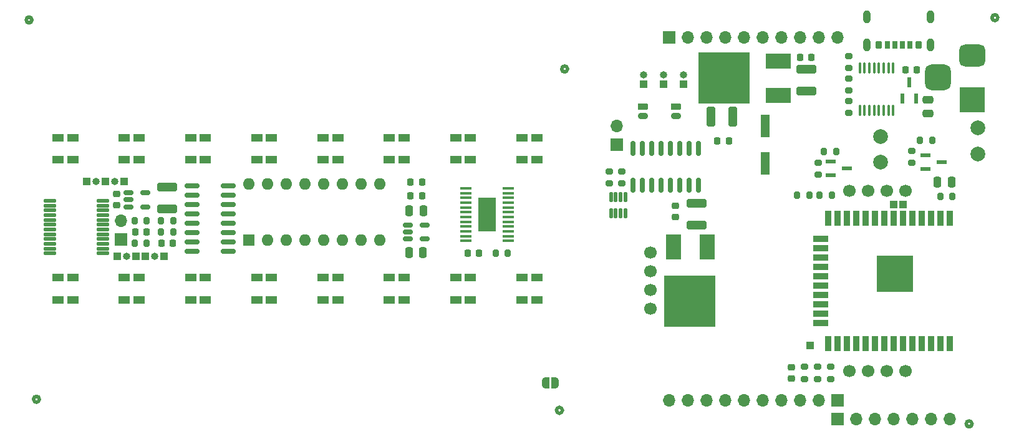
<source format=gts>
G04 #@! TF.GenerationSoftware,KiCad,Pcbnew,(6.0.5-0)*
G04 #@! TF.CreationDate,2022-08-15T05:54:33+09:00*
G04 #@! TF.ProjectId,qLAMP-main,714c414d-502d-46d6-9169-6e2e6b696361,rev?*
G04 #@! TF.SameCoordinates,Original*
G04 #@! TF.FileFunction,Soldermask,Top*
G04 #@! TF.FilePolarity,Negative*
%FSLAX46Y46*%
G04 Gerber Fmt 4.6, Leading zero omitted, Abs format (unit mm)*
G04 Created by KiCad (PCBNEW (6.0.5-0)) date 2022-08-15 05:54:33*
%MOMM*%
%LPD*%
G01*
G04 APERTURE LIST*
G04 Aperture macros list*
%AMRoundRect*
0 Rectangle with rounded corners*
0 $1 Rounding radius*
0 $2 $3 $4 $5 $6 $7 $8 $9 X,Y pos of 4 corners*
0 Add a 4 corners polygon primitive as box body*
4,1,4,$2,$3,$4,$5,$6,$7,$8,$9,$2,$3,0*
0 Add four circle primitives for the rounded corners*
1,1,$1+$1,$2,$3*
1,1,$1+$1,$4,$5*
1,1,$1+$1,$6,$7*
1,1,$1+$1,$8,$9*
0 Add four rect primitives between the rounded corners*
20,1,$1+$1,$2,$3,$4,$5,0*
20,1,$1+$1,$4,$5,$6,$7,0*
20,1,$1+$1,$6,$7,$8,$9,0*
20,1,$1+$1,$8,$9,$2,$3,0*%
%AMFreePoly0*
4,1,22,0.500000,-0.750000,0.000000,-0.750000,0.000000,-0.745033,-0.079941,-0.743568,-0.215256,-0.701293,-0.333266,-0.622738,-0.424486,-0.514219,-0.481581,-0.384460,-0.499164,-0.250000,-0.500000,-0.250000,-0.500000,0.250000,-0.499164,0.250000,-0.499963,0.256109,-0.478152,0.396186,-0.417904,0.524511,-0.324060,0.630769,-0.204165,0.706417,-0.067858,0.745374,0.000000,0.744959,0.000000,0.750000,
0.500000,0.750000,0.500000,-0.750000,0.500000,-0.750000,$1*%
%AMFreePoly1*
4,1,20,0.000000,0.744959,0.073905,0.744508,0.209726,0.703889,0.328688,0.626782,0.421226,0.519385,0.479903,0.390333,0.500000,0.250000,0.500000,-0.250000,0.499851,-0.262216,0.476331,-0.402017,0.414519,-0.529596,0.319384,-0.634700,0.198574,-0.708877,0.061801,-0.746166,0.000000,-0.745033,0.000000,-0.750000,-0.500000,-0.750000,-0.500000,0.750000,0.000000,0.750000,0.000000,0.744959,
0.000000,0.744959,$1*%
G04 Aperture macros list end*
%ADD10C,0.475000*%
%ADD11C,2.000000*%
%ADD12FreePoly0,180.000000*%
%ADD13FreePoly1,180.000000*%
%ADD14RoundRect,0.100000X-0.100000X0.637500X-0.100000X-0.637500X0.100000X-0.637500X0.100000X0.637500X0*%
%ADD15RoundRect,0.150000X-0.512500X-0.150000X0.512500X-0.150000X0.512500X0.150000X-0.512500X0.150000X0*%
%ADD16RoundRect,0.250000X-0.250000X-0.475000X0.250000X-0.475000X0.250000X0.475000X-0.250000X0.475000X0*%
%ADD17R,1.219200X3.098800*%
%ADD18RoundRect,0.225000X-0.225000X-0.250000X0.225000X-0.250000X0.225000X0.250000X-0.225000X0.250000X0*%
%ADD19RoundRect,0.250000X0.325000X1.100000X-0.325000X1.100000X-0.325000X-1.100000X0.325000X-1.100000X0*%
%ADD20RoundRect,0.225000X0.225000X0.250000X-0.225000X0.250000X-0.225000X-0.250000X0.225000X-0.250000X0*%
%ADD21RoundRect,0.250000X-1.100000X0.325000X-1.100000X-0.325000X1.100000X-0.325000X1.100000X0.325000X0*%
%ADD22RoundRect,0.225000X0.250000X-0.225000X0.250000X0.225000X-0.250000X0.225000X-0.250000X-0.225000X0*%
%ADD23RoundRect,0.250000X0.250000X0.475000X-0.250000X0.475000X-0.250000X-0.475000X0.250000X-0.475000X0*%
%ADD24RoundRect,0.250000X1.100000X-0.325000X1.100000X0.325000X-1.100000X0.325000X-1.100000X-0.325000X0*%
%ADD25RoundRect,0.111230X0.763770X0.111230X-0.763770X0.111230X-0.763770X-0.111230X0.763770X-0.111230X0*%
%ADD26RoundRect,0.225000X-0.250000X0.225000X-0.250000X-0.225000X0.250000X-0.225000X0.250000X0.225000X0*%
%ADD27RoundRect,0.111665X0.111665X-0.550835X0.111665X0.550835X-0.111665X0.550835X-0.111665X-0.550835X0*%
%ADD28RoundRect,0.200000X0.200000X0.275000X-0.200000X0.275000X-0.200000X-0.275000X0.200000X-0.275000X0*%
%ADD29RoundRect,0.200000X-0.275000X0.200000X-0.275000X-0.200000X0.275000X-0.200000X0.275000X0.200000X0*%
%ADD30RoundRect,0.150000X-0.150000X0.825000X-0.150000X-0.825000X0.150000X-0.825000X0.150000X0.825000X0*%
%ADD31R,1.320800X0.558800*%
%ADD32R,0.558800X1.320800*%
%ADD33R,2.400000X4.680000*%
%ADD34RoundRect,0.100000X0.687500X0.100000X-0.687500X0.100000X-0.687500X-0.100000X0.687500X-0.100000X0*%
%ADD35RoundRect,0.200000X-0.200000X-0.275000X0.200000X-0.275000X0.200000X0.275000X-0.200000X0.275000X0*%
%ADD36RoundRect,0.225000X-0.475000X0.225000X-0.475000X-0.225000X0.475000X-0.225000X0.475000X0.225000X0*%
%ADD37O,1.400000X0.900000*%
%ADD38R,1.000000X1.000000*%
%ADD39O,1.000000X1.000000*%
%ADD40R,1.700000X1.700000*%
%ADD41O,1.700000X1.700000*%
%ADD42R,3.500000X3.500000*%
%ADD43RoundRect,0.750000X-1.000000X0.750000X-1.000000X-0.750000X1.000000X-0.750000X1.000000X0.750000X0*%
%ADD44RoundRect,0.875000X-0.875000X0.875000X-0.875000X-0.875000X0.875000X-0.875000X0.875000X0.875000X0*%
%ADD45R,1.600000X1.000000*%
%ADD46C,1.700000*%
%ADD47RoundRect,0.035000X0.315000X0.465000X-0.315000X0.465000X-0.315000X-0.465000X0.315000X-0.465000X0*%
%ADD48RoundRect,0.040000X0.360000X0.460000X-0.360000X0.460000X-0.360000X-0.460000X0.360000X-0.460000X0*%
%ADD49O,1.000000X1.800000*%
%ADD50RoundRect,0.150000X-0.825000X-0.150000X0.825000X-0.150000X0.825000X0.150000X-0.825000X0.150000X0*%
%ADD51RoundRect,0.250000X0.475000X-0.250000X0.475000X0.250000X-0.475000X0.250000X-0.475000X-0.250000X0*%
%ADD52R,0.900000X2.000000*%
%ADD53R,2.000000X0.900000*%
%ADD54R,5.000000X5.000000*%
%ADD55R,3.500000X2.000000*%
%ADD56R,7.000000X7.000000*%
%ADD57R,1.600000X1.600000*%
%ADD58O,1.600000X1.600000*%
%ADD59R,2.000000X3.500000*%
G04 APERTURE END LIST*
D10*
X77636000Y-126500000D02*
G75*
G03*
X77636000Y-126500000I-400000J0D01*
G01*
X76636000Y-75000000D02*
G75*
G03*
X76636000Y-75000000I-400000J0D01*
G01*
X148636000Y-128000000D02*
G75*
G03*
X148636000Y-128000000I-400000J0D01*
G01*
X204260000Y-129840000D02*
G75*
G03*
X204260000Y-129840000I-400000J0D01*
G01*
X149340000Y-81660000D02*
G75*
G03*
X149340000Y-81660000I-400000J0D01*
G01*
X207750000Y-74695000D02*
G75*
G03*
X207750000Y-74695000I-400000J0D01*
G01*
D11*
X205069999Y-89680009D03*
X205069999Y-93180009D03*
D12*
X147640000Y-124280000D03*
D13*
X146340000Y-124280000D03*
D14*
X193553292Y-81537300D03*
X192903292Y-81537300D03*
X192253292Y-81537300D03*
X191603292Y-81537300D03*
X190953292Y-81537300D03*
X190303292Y-81537300D03*
X189653292Y-81537300D03*
X189003292Y-81537300D03*
X189003292Y-87262300D03*
X189653292Y-87262300D03*
X190303292Y-87262300D03*
X190953292Y-87262300D03*
X191603292Y-87262300D03*
X192253292Y-87262300D03*
X192903292Y-87262300D03*
X193553292Y-87262300D03*
D15*
X127665878Y-102840011D03*
X127665878Y-103790011D03*
X127665878Y-104740011D03*
X129940878Y-104740011D03*
X129940878Y-102840011D03*
D16*
X127853378Y-100919989D03*
X129753378Y-100919989D03*
D17*
X176200000Y-89387300D03*
X176200000Y-94492700D03*
D18*
X128028376Y-98850000D03*
X129578376Y-98850000D03*
D19*
X171795000Y-88130000D03*
X168845000Y-88130000D03*
D20*
X171235010Y-91440000D03*
X169685010Y-91440000D03*
D21*
X181790000Y-81695000D03*
X181790000Y-84645000D03*
D22*
X163940000Y-101755000D03*
X163940000Y-100205000D03*
D23*
X129733376Y-106560000D03*
X127833376Y-106560000D03*
D18*
X195195000Y-81780000D03*
X196745000Y-81780000D03*
D24*
X94990006Y-100675005D03*
X94990006Y-97725005D03*
D11*
X191850000Y-90800000D03*
X191850000Y-94300000D03*
D25*
X86295999Y-106695011D03*
X86295999Y-106045013D03*
X86295999Y-105395012D03*
X86295999Y-104745012D03*
X86295999Y-104095012D03*
X86295999Y-103445012D03*
X86295999Y-102795012D03*
X86295999Y-102145012D03*
X86295999Y-101495012D03*
X86295999Y-100845012D03*
X86295999Y-100195011D03*
X86295999Y-99545013D03*
X79095999Y-99545013D03*
X79095999Y-100195011D03*
X79095999Y-100845012D03*
X79095999Y-101495012D03*
X79095999Y-102145012D03*
X79095999Y-102795012D03*
X79095999Y-103445012D03*
X79095999Y-104095012D03*
X79095999Y-104745012D03*
X79095999Y-105395012D03*
X79095999Y-106045013D03*
X79095999Y-106695011D03*
D26*
X88080012Y-98635012D03*
X88080012Y-100185012D03*
D22*
X179705000Y-123711000D03*
X179705000Y-122161000D03*
D20*
X92174995Y-103796008D03*
X90624995Y-103796008D03*
D27*
X155235000Y-101287500D03*
X155885000Y-101287500D03*
X156535000Y-101287500D03*
X157185000Y-101287500D03*
X157185000Y-99012500D03*
X156535000Y-99012500D03*
X155885000Y-99012500D03*
X155235000Y-99012500D03*
D15*
X89732499Y-98460012D03*
X89732499Y-99410012D03*
X89732499Y-100360012D03*
X92007499Y-100360012D03*
X92007499Y-98460012D03*
D28*
X92224995Y-102272008D03*
X90574995Y-102272008D03*
D29*
X156670000Y-95535000D03*
X156670000Y-97185000D03*
X155030000Y-95545000D03*
X155030000Y-97195000D03*
D30*
X167105000Y-92465000D03*
X165835000Y-92465000D03*
X164565000Y-92465000D03*
X163295000Y-92465000D03*
X162025000Y-92465000D03*
X160755000Y-92465000D03*
X159485000Y-92465000D03*
X158215000Y-92465000D03*
X158215000Y-97415000D03*
X159485000Y-97415000D03*
X160755000Y-97415000D03*
X162025000Y-97415000D03*
X163295000Y-97415000D03*
X164565000Y-97415000D03*
X165835000Y-97415000D03*
X167105000Y-97415000D03*
D18*
X128028376Y-97050000D03*
X129578376Y-97050000D03*
D31*
X197927800Y-93340200D03*
X197927800Y-95219800D03*
X200112200Y-94280000D03*
X185087800Y-94180200D03*
X185087800Y-96059800D03*
X187272200Y-95120000D03*
D32*
X194820200Y-85652200D03*
X196699800Y-85652200D03*
X195760000Y-83467800D03*
D33*
X138410000Y-101440000D03*
D34*
X141272500Y-105015000D03*
X141272500Y-104365000D03*
X141272500Y-103715000D03*
X141272500Y-103065000D03*
X141272500Y-102415000D03*
X141272500Y-101765000D03*
X141272500Y-101115000D03*
X141272500Y-100465000D03*
X141272500Y-99815000D03*
X141272500Y-99165000D03*
X141272500Y-98515000D03*
X141272500Y-97865000D03*
X135547500Y-97865000D03*
X135547500Y-98515000D03*
X135547500Y-99165000D03*
X135547500Y-99815000D03*
X135547500Y-100465000D03*
X135547500Y-101115000D03*
X135547500Y-101765000D03*
X135547500Y-102415000D03*
X135547500Y-103065000D03*
X135547500Y-103715000D03*
X135547500Y-104365000D03*
X135547500Y-105015000D03*
D35*
X180531000Y-98819995D03*
X182181000Y-98819995D03*
D23*
X201475000Y-97020000D03*
X199575000Y-97020000D03*
D36*
X164035003Y-86795000D03*
D37*
X164035003Y-88045000D03*
D36*
X159590003Y-86795000D03*
D37*
X159590003Y-88045000D03*
D38*
X165106960Y-83749058D03*
D39*
X165106960Y-82479058D03*
D38*
X162376968Y-83749058D03*
D39*
X162376968Y-82479058D03*
D38*
X159646950Y-83749058D03*
D39*
X159646950Y-82479058D03*
D40*
X156020008Y-91915005D03*
D41*
X156020008Y-89375005D03*
D28*
X198845000Y-91305000D03*
X197195000Y-91305000D03*
X185815000Y-92860000D03*
X184165000Y-92860000D03*
D29*
X187500006Y-79896200D03*
X187500006Y-81546200D03*
X187500006Y-82944200D03*
X187500006Y-84594200D03*
X196100000Y-92745000D03*
X196100000Y-94395000D03*
X183390000Y-94365000D03*
X183390000Y-96015000D03*
D35*
X139574998Y-106699991D03*
X141224998Y-106699991D03*
D28*
X201575000Y-98940000D03*
X199925000Y-98940000D03*
D29*
X187500006Y-85992200D03*
X187500006Y-87642200D03*
D18*
X135785001Y-106699991D03*
X137335001Y-106699991D03*
D24*
X166870000Y-102825000D03*
X166870000Y-99875000D03*
D18*
X180905000Y-80050000D03*
X182455000Y-80050000D03*
D42*
X204295792Y-85809800D03*
D43*
X204295792Y-79809800D03*
D44*
X199595792Y-82809800D03*
D45*
X107157211Y-91002066D03*
X107157211Y-94002066D03*
D29*
X185039000Y-122111000D03*
X185039000Y-123761000D03*
D45*
X134157211Y-113001633D03*
X134157211Y-110001633D03*
X89157211Y-91002066D03*
X89157211Y-94002066D03*
X134157211Y-91002066D03*
X134157211Y-94002066D03*
X127157211Y-113001633D03*
X127157211Y-110001633D03*
X136157211Y-91002066D03*
X136157211Y-94002066D03*
X143157211Y-91002066D03*
X143157211Y-94002066D03*
X100157211Y-113001633D03*
X100157211Y-110001633D03*
D46*
X187611003Y-98175006D03*
X190151003Y-98175006D03*
X192691003Y-98175006D03*
X195231003Y-98175006D03*
X187611003Y-122675006D03*
X190151003Y-122675006D03*
X192691003Y-122675006D03*
X195231003Y-122675006D03*
X160611003Y-106615006D03*
X160611003Y-109155006D03*
X160611003Y-111695006D03*
X160611003Y-114235006D03*
D45*
X100157211Y-91002066D03*
X100157211Y-94002066D03*
D29*
X181483000Y-122111000D03*
X181483000Y-123761000D03*
D45*
X125157211Y-113001633D03*
X125157211Y-110001633D03*
X116157211Y-113001633D03*
X116157211Y-110001633D03*
D47*
X194788282Y-78419792D03*
X192788282Y-78419792D03*
D48*
X191588282Y-78419792D03*
D47*
X193788282Y-78419792D03*
X195788282Y-78419792D03*
D48*
X196988282Y-78419792D03*
D49*
X198608282Y-78419792D03*
X198608282Y-74619792D03*
X189968282Y-78419792D03*
X189968282Y-74619792D03*
D50*
X98335009Y-97554999D03*
X98335009Y-98824999D03*
X98335009Y-100094999D03*
X98335009Y-101364999D03*
X98335009Y-102634999D03*
X98335009Y-103904999D03*
X98335009Y-105174999D03*
X98335009Y-106444999D03*
X103285009Y-106444999D03*
X103285009Y-105174999D03*
X103285009Y-103904999D03*
X103285009Y-102634999D03*
X103285009Y-101364999D03*
X103285009Y-100094999D03*
X103285009Y-98824999D03*
X103285009Y-97554999D03*
D40*
X186001000Y-126628000D03*
D41*
X183461000Y-126628000D03*
X180921000Y-126628000D03*
X178381000Y-126628000D03*
X175841000Y-126628000D03*
X173301000Y-126628000D03*
X170761000Y-126628000D03*
X168221000Y-126628000D03*
X165681000Y-126628000D03*
X163141000Y-126628000D03*
D45*
X82157211Y-113001633D03*
X82157211Y-110001633D03*
X118157211Y-113001633D03*
X118157211Y-110001633D03*
X109157211Y-113001633D03*
X109157211Y-110001633D03*
D35*
X94165006Y-103796008D03*
X95815006Y-103796008D03*
D45*
X118157211Y-91002066D03*
X118157211Y-94002066D03*
X109157211Y-91002066D03*
X109157211Y-94002066D03*
X80157211Y-91002066D03*
X80157211Y-94002066D03*
X98157211Y-113001633D03*
X98157211Y-110001633D03*
D51*
X198308292Y-87719800D03*
X198308292Y-85819800D03*
D52*
X201261000Y-101920000D03*
X199991000Y-101920000D03*
X198721000Y-101920000D03*
X197451000Y-101920000D03*
X196181000Y-101920000D03*
X194910989Y-101919989D03*
X193640989Y-101919989D03*
X192371000Y-101920000D03*
X191101000Y-101920000D03*
X189831000Y-101920000D03*
X188561000Y-101920000D03*
X187291000Y-101920000D03*
X186021000Y-101920000D03*
X184751000Y-101920000D03*
D53*
X183751000Y-104705000D03*
X183751000Y-105975000D03*
X183751000Y-107245000D03*
X183751000Y-108515000D03*
X183751000Y-109785000D03*
X183751000Y-111055000D03*
X183751000Y-112325000D03*
X183751000Y-113595000D03*
X183751000Y-114865000D03*
X183751000Y-116135000D03*
D52*
X184751000Y-118920000D03*
X186021000Y-118920000D03*
X187291000Y-118920000D03*
X188561000Y-118920000D03*
X189831000Y-118920000D03*
X191101000Y-118920000D03*
X192371000Y-118920000D03*
X193641000Y-118920000D03*
X194911000Y-118920000D03*
X196181000Y-118920000D03*
X197451000Y-118920000D03*
X198721000Y-118920000D03*
X199991000Y-118920000D03*
X201261000Y-118920000D03*
D54*
X193761000Y-109420000D03*
D45*
X80157211Y-113001633D03*
X80157211Y-110001633D03*
D40*
X186000993Y-129200000D03*
D41*
X188540993Y-129200000D03*
X191080993Y-129200000D03*
X193620993Y-129200000D03*
X196160993Y-129200000D03*
X198701000Y-129199996D03*
X201240993Y-129200000D03*
D35*
X183579000Y-98819995D03*
X185229000Y-98819995D03*
D45*
X91157211Y-113001633D03*
X91157211Y-110001633D03*
X127157211Y-91002066D03*
X127157211Y-94002066D03*
X89157211Y-113001633D03*
X89157211Y-110001633D03*
D40*
X163141000Y-77372000D03*
D41*
X165681000Y-77372000D03*
X168221000Y-77372000D03*
X170761000Y-77372000D03*
X173301000Y-77372000D03*
X175841000Y-77372000D03*
X178381000Y-77372000D03*
X180921000Y-77372000D03*
X183461000Y-77372000D03*
X186001000Y-77372000D03*
D45*
X125157211Y-91002066D03*
X125157211Y-94002066D03*
D20*
X95765006Y-105320008D03*
X94215006Y-105320008D03*
D45*
X145157211Y-113001633D03*
X145157211Y-110001633D03*
D29*
X183261000Y-122111000D03*
X183261000Y-123761000D03*
D55*
X177945000Y-85210000D03*
X177945000Y-80630000D03*
D56*
X170545000Y-82910000D03*
D45*
X116157211Y-91002066D03*
X116157211Y-94002066D03*
D57*
X106029989Y-104929991D03*
D58*
X108569989Y-104929991D03*
X111109989Y-104929991D03*
X113649989Y-104929991D03*
X116189989Y-104929991D03*
X118729989Y-104929991D03*
X121269989Y-104929991D03*
X123809989Y-104929991D03*
X123809989Y-97309991D03*
X121269989Y-97309991D03*
X118729989Y-97309991D03*
X116189989Y-97309991D03*
X113649989Y-97309991D03*
X111109989Y-97309991D03*
X108569989Y-97309991D03*
X106029989Y-97309991D03*
D35*
X94165006Y-102272008D03*
X95815006Y-102272008D03*
D59*
X168270000Y-105815000D03*
X163690000Y-105815000D03*
D56*
X165970000Y-113215000D03*
D35*
X90574995Y-105320008D03*
X92224995Y-105320008D03*
D45*
X91157211Y-91002066D03*
X91157211Y-94002066D03*
X145157211Y-91002066D03*
X145157211Y-94002066D03*
X82157211Y-91002066D03*
X82157211Y-94002066D03*
X107157211Y-113001633D03*
X107157211Y-110001633D03*
X98157211Y-91002066D03*
X98157211Y-94002066D03*
D40*
X88719990Y-104785008D03*
D41*
X88719990Y-102245008D03*
D45*
X143157211Y-113001633D03*
X143157211Y-110001633D03*
X136157211Y-113001633D03*
X136157211Y-110001633D03*
D38*
X88240000Y-107050000D03*
X94590009Y-107050012D03*
X193640989Y-100070006D03*
X89166011Y-96930033D03*
X84085995Y-96930009D03*
D39*
X85355995Y-96930009D03*
D38*
X182280001Y-119160011D03*
X90780000Y-107050000D03*
D39*
X89510000Y-107050000D03*
D38*
X92050000Y-107050000D03*
D39*
X93320000Y-107050000D03*
D38*
X194910989Y-100070006D03*
X86625995Y-96930009D03*
D39*
X87896003Y-96930021D03*
M02*

</source>
